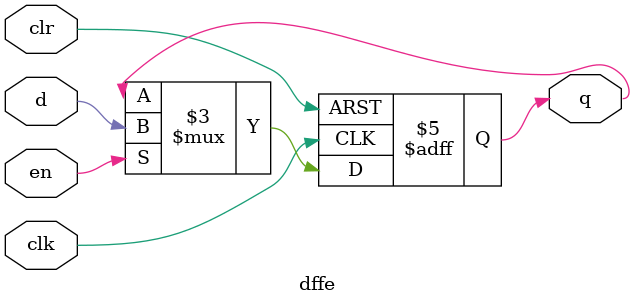
<source format=v>
module dffe (q, d, clk, en, clr);
   
   //Inputs
   input d, clk, en, clr;
   
   //Internal wire
   wire clr;

   //Output
   output q;
   
   //Register
   reg q;

   //Intialize q to 0
   initial
   begin
       q = 1'b0;
   end

   //Set value of q on positive edge of the clock or clear
   always @(posedge clk or posedge clr) begin
       //If clear is high, set q to 0
       if (clr) begin
           q <= 1'b0;
       //If enable is high, set q to the value of d
       end else if (en) begin
           q <= d;
       end
   end
endmodule
</source>
